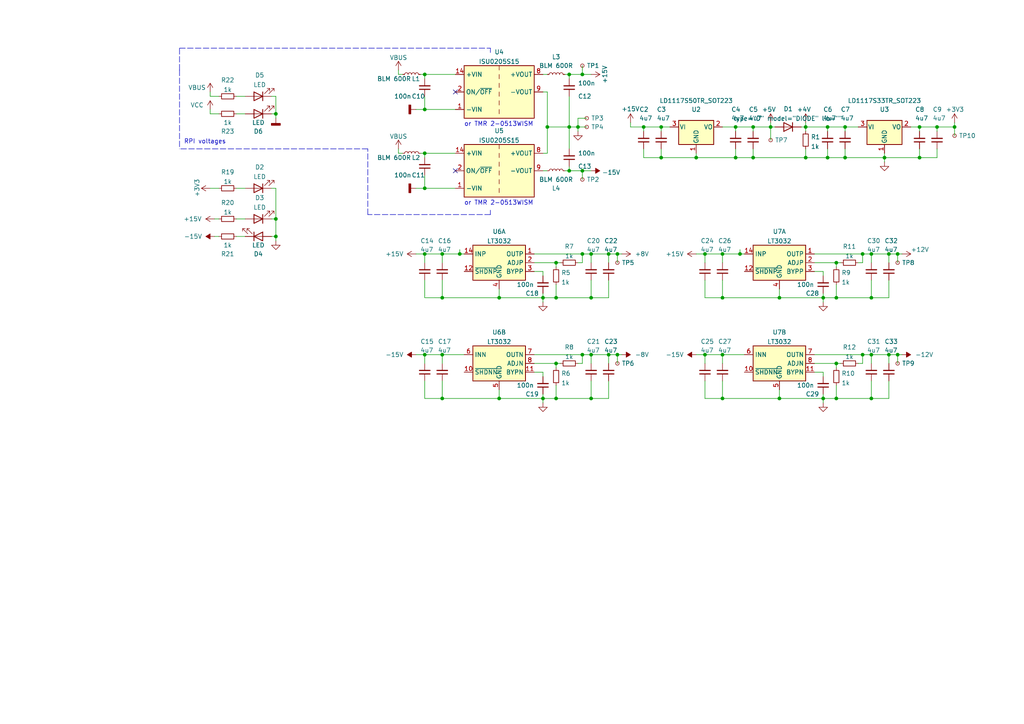
<source format=kicad_sch>
(kicad_sch (version 20210621) (generator eeschema)
  (paper "A4")
  (lib_symbols
    (symbol "Connector:TestPoint_Small" (pin_numbers hide) (pin_names (offset 0.762) hide)
      (property "Reference" "TP" (at 0 3.81 0))
      (property "Value" "TestPoint_Small" (at 0 2.032 0))
      (symbol "TestPoint_Small_0_1"
        (circle (center 0 0) (radius 0.508))
      )
      (symbol "TestPoint_Small_1_1"
        (pin passive line (at 0 0 90) (length 0) (name "1") (number "1"))
      )
    )
    (symbol "Converter_DCDC:ISU0205S15"
      (property "Reference" "U" (at 0 11.43 0))
      (property "Value" "ISU0205S15" (at 0 8.89 0))
      (symbol "ISU0205S15_0_1"
        (rectangle (start -10.16 7.62) (end 10.16 -7.62) (stroke (width 0.254)) (fill (type background)))
        (polyline (pts (xy 0 -5.08) (xy 0 -6.35)))
        (polyline (pts (xy 0 -2.54) (xy 0 -3.81)))
        (polyline (pts (xy 0 0) (xy 0 -1.27)))
        (polyline (pts (xy 0 2.54) (xy 0 1.27)))
        (polyline (pts (xy 0 5.08) (xy 0 3.81)))
        (polyline (pts (xy 0 7.62) (xy 0 6.35)))
      )
      (symbol "ISU0205S15_1_1"
        (pin power_in line (at -12.7 -5.08 0) (length 2.54) (name "-VIN") (number "1"))
        (pin power_in line (at -12.7 5.08 0) (length 2.54) (name "+VIN") (number "14"))
        (pin input line (at -12.7 0 0) (length 2.54) (name "ON/~{OFF}") (number "2"))
        (pin no_connect line (at 10.16 -2.54 180) (length 2.54) hide (name "NC") (number "6"))
        (pin no_connect line (at 10.16 -5.08 180) (length 2.54) hide (name "NC") (number "7"))
        (pin power_out line (at 12.7 5.08 180) (length 2.54) (name "+VOUT") (number "8"))
        (pin power_out line (at 12.7 0 180) (length 2.54) (name "-VOUT") (number "9"))
      )
    )
    (symbol "Device:C_Small" (pin_numbers hide) (pin_names (offset 0.254) hide)
      (property "Reference" "C" (at 0.254 1.778 0))
      (property "Value" "C_Small" (at 0.254 -2.032 0))
      (symbol "C_Small_0_1"
        (polyline (pts (xy -1.524 -0.508) (xy 1.524 -0.508)) (stroke (width 0.3302)))
        (polyline (pts (xy -1.524 0.508) (xy 1.524 0.508)) (stroke (width 0.3048)))
      )
      (symbol "C_Small_1_1"
        (pin passive line (at 0 2.54 270) (length 2.032) (name "~") (number "1"))
        (pin passive line (at 0 -2.54 90) (length 2.032) (name "~") (number "2"))
      )
    )
    (symbol "Device:LED" (pin_numbers hide) (pin_names (offset 1.016) hide)
      (property "Reference" "D" (at 0 2.54 0))
      (property "Value" "LED" (at 0 -2.54 0))
      (symbol "LED_0_1"
        (polyline (pts (xy -1.27 -1.27) (xy -1.27 1.27)) (stroke (width 0.254)))
        (polyline (pts (xy -1.27 0) (xy 1.27 0)))
        (polyline (pts (xy 1.27 -1.27) (xy 1.27 1.27) (xy -1.27 0) (xy 1.27 -1.27)) (stroke (width 0.254)))
        (polyline (pts (xy -3.048 -0.762) (xy -4.572 -2.286) (xy -3.81 -2.286) (xy -4.572 -2.286) (xy -4.572 -1.524)))
        (polyline (pts (xy -1.778 -0.762) (xy -3.302 -2.286) (xy -2.54 -2.286) (xy -3.302 -2.286) (xy -3.302 -1.524)))
      )
      (symbol "LED_1_1"
        (pin passive line (at -3.81 0 0) (length 2.54) (name "K") (number "1"))
        (pin passive line (at 3.81 0 180) (length 2.54) (name "A") (number "2"))
      )
    )
    (symbol "Device:L_Small" (pin_numbers hide) (pin_names (offset 0.254) hide)
      (property "Reference" "L" (at 0.762 1.016 0))
      (property "Value" "L_Small" (at 0.762 -1.016 0))
      (symbol "L_Small_0_1"
        (arc (start 0 -2.032) (mid 0.508 -1.524) (end 0 -1.016))
        (arc (start 0 -1.016) (mid 0.508 -0.508) (end 0 0))
        (arc (start 0 0) (mid 0.508 0.508) (end 0 1.016))
        (arc (start 0 1.016) (mid 0.508 1.524) (end 0 2.032))
      )
      (symbol "L_Small_1_1"
        (pin passive line (at 0 2.54 270) (length 0.508) (name "~") (number "1"))
        (pin passive line (at 0 -2.54 90) (length 0.508) (name "~") (number "2"))
      )
    )
    (symbol "Device:R_Small" (pin_numbers hide) (pin_names (offset 0.254) hide)
      (property "Reference" "R" (at 0.762 0.508 0))
      (property "Value" "R_Small" (at 0.762 -1.016 0))
      (symbol "R_Small_0_1"
        (rectangle (start -0.762 1.778) (end 0.762 -1.778) (stroke (width 0.2032)))
      )
      (symbol "R_Small_1_1"
        (pin passive line (at 0 2.54 270) (length 0.762) (name "~") (number "1"))
        (pin passive line (at 0 -2.54 90) (length 0.762) (name "~") (number "2"))
      )
    )
    (symbol "Regulator_Linear:LD1117S33TR_SOT223" (pin_names (offset 0.254))
      (property "Reference" "U" (at -3.81 3.175 0))
      (property "Value" "LD1117S33TR_SOT223" (at 0 3.175 0))
      (symbol "LD1117S33TR_SOT223_0_1"
        (rectangle (start -5.08 -5.08) (end 5.08 1.905) (stroke (width 0.254)) (fill (type background)))
      )
      (symbol "LD1117S33TR_SOT223_1_1"
        (pin power_in line (at 0 -7.62 90) (length 2.54) (name "GND") (number "1"))
        (pin power_out line (at 7.62 0 180) (length 2.54) (name "VO") (number "2"))
        (pin power_in line (at -7.62 0 0) (length 2.54) (name "VI") (number "3"))
      )
    )
    (symbol "Regulator_Linear:LD1117S50TR_SOT223" (pin_names (offset 0.254))
      (property "Reference" "U" (at -3.81 3.175 0))
      (property "Value" "LD1117S50TR_SOT223" (at 0 3.175 0))
      (symbol "LD1117S50TR_SOT223_0_1"
        (rectangle (start -5.08 -5.08) (end 5.08 1.905) (stroke (width 0.254)) (fill (type background)))
      )
      (symbol "LD1117S50TR_SOT223_1_1"
        (pin power_in line (at 0 -7.62 90) (length 2.54) (name "GND") (number "1"))
        (pin power_out line (at 7.62 0 180) (length 2.54) (name "VO") (number "2"))
        (pin power_in line (at -7.62 0 0) (length 2.54) (name "VI") (number "3"))
      )
    )
    (symbol "Regulator_Linear:LT3032"
      (property "Reference" "U" (at -6.35 6.35 0))
      (property "Value" "LT3032" (at 1.27 6.35 0))
      (symbol "LT3032_0_1"
        (rectangle (start -7.62 5.08) (end 7.62 -5.08) (stroke (width 0.254)) (fill (type background)))
      )
      (symbol "LT3032_1_1"
        (pin power_out line (at 10.16 2.54 180) (length 2.54) (name "OUTP") (number "1"))
        (pin input line (at -10.16 -2.54 0) (length 2.54) (name "~{SHDNP}") (number "12"))
        (pin no_connect line (at 7.62 -5.08 180) (length 2.54) hide (name "NC") (number "13"))
        (pin power_in line (at -10.16 2.54 0) (length 2.54) (name "INP") (number "14"))
        (pin input line (at 10.16 0 180) (length 2.54) (name "ADJP") (number "2"))
        (pin passive line (at 10.16 -2.54 180) (length 2.54) (name "BYPP") (number "3"))
        (pin power_in line (at 0 -7.62 90) (length 2.54) (name "GND") (number "4"))
      )
      (symbol "LT3032_2_1"
        (pin input line (at -10.16 -2.54 0) (length 2.54) (name "~{SHDNN}") (number "10"))
        (pin passive line (at 10.16 -2.54 180) (length 2.54) (name "BYPN") (number "11"))
        (pin power_in line (at 0 -7.62 90) (length 2.54) (name "GND") (number "5"))
        (pin power_in line (at -10.16 2.54 0) (length 2.54) (name "INN") (number "6"))
        (pin power_out line (at 10.16 2.54 180) (length 2.54) (name "OUTN") (number "7"))
        (pin input line (at 10.16 0 180) (length 2.54) (name "ADJN") (number "8"))
        (pin passive line (at -10.16 2.54 0) (length 2.54) hide (name "INN") (number "9"))
      )
    )
    (symbol "Simulation_SPICE:DIODE" (pin_numbers hide) (pin_names (offset 1.016) hide)
      (property "Reference" "D" (at 0 2.54 0))
      (property "Value" "DIODE" (at 0 -2.54 0))
      (symbol "DIODE_0_1"
        (polyline (pts (xy 1.27 0) (xy -1.27 0)))
        (polyline (pts (xy 1.27 1.27) (xy 1.27 -1.27)) (stroke (width 0.254)))
        (polyline (pts (xy -1.27 -1.27) (xy -1.27 1.27) (xy 1.27 0) (xy -1.27 -1.27)) (stroke (width 0.254)))
      )
      (symbol "DIODE_1_1"
        (pin passive line (at -3.81 0 0) (length 2.54) (name "A") (number "1"))
        (pin passive line (at 3.81 0 180) (length 2.54) (name "K") (number "2"))
      )
    )
    (symbol "power:+12V" (power) (pin_names (offset 0))
      (property "Value" "+12V" (at 0 3.556 0))
      (symbol "+12V_0_1"
        (polyline (pts (xy -0.762 1.27) (xy 0 2.54)))
        (polyline (pts (xy 0 0) (xy 0 2.54)))
        (polyline (pts (xy 0 2.54) (xy 0.762 1.27)))
      )
      (symbol "+12V_1_1"
        (pin power_in line (at 0 0 90) (length 0) hide (name "+12V") (number "1"))
      )
    )
    (symbol "power:+15V" (power) (pin_names (offset 0))
      (property "Value" "+15V" (at 0 3.556 0))
      (symbol "+15V_0_1"
        (polyline (pts (xy -0.762 1.27) (xy 0 2.54)))
        (polyline (pts (xy 0 0) (xy 0 2.54)))
        (polyline (pts (xy 0 2.54) (xy 0.762 1.27)))
      )
      (symbol "+15V_1_1"
        (pin power_in line (at 0 0 90) (length 0) hide (name "+15V") (number "1"))
      )
    )
    (symbol "power:+3.3V" (power) (pin_names (offset 0))
      (property "Value" "+3.3V" (at 0 3.556 0))
      (symbol "+3.3V_0_1"
        (polyline (pts (xy -0.762 1.27) (xy 0 2.54)))
        (polyline (pts (xy 0 0) (xy 0 2.54)))
        (polyline (pts (xy 0 2.54) (xy 0.762 1.27)))
      )
      (symbol "+3.3V_1_1"
        (pin power_in line (at 0 0 90) (length 0) hide (name "+3V3") (number "1"))
      )
    )
    (symbol "power:+4V" (power) (pin_names (offset 0))
      (property "Value" "+4V" (at 0 3.556 0))
      (symbol "+4V_0_1"
        (polyline (pts (xy -0.762 1.27) (xy 0 2.54)))
        (polyline (pts (xy 0 0) (xy 0 2.54)))
        (polyline (pts (xy 0 2.54) (xy 0.762 1.27)))
      )
      (symbol "+4V_1_1"
        (pin power_in line (at 0 0 90) (length 0) hide (name "+4V") (number "1"))
      )
    )
    (symbol "power:+5V" (power) (pin_names (offset 0))
      (property "Value" "+5V" (at 0 3.556 0))
      (symbol "+5V_0_1"
        (polyline (pts (xy -0.762 1.27) (xy 0 2.54)))
        (polyline (pts (xy 0 0) (xy 0 2.54)))
        (polyline (pts (xy 0 2.54) (xy 0.762 1.27)))
      )
      (symbol "+5V_1_1"
        (pin power_in line (at 0 0 90) (length 0) hide (name "+5V") (number "1"))
      )
    )
    (symbol "power:+8V" (power) (pin_names (offset 0))
      (property "Value" "+8V" (at 0 3.556 0))
      (symbol "+8V_0_1"
        (polyline (pts (xy -0.762 1.27) (xy 0 2.54)))
        (polyline (pts (xy 0 0) (xy 0 2.54)))
        (polyline (pts (xy 0 2.54) (xy 0.762 1.27)))
      )
      (symbol "+8V_1_1"
        (pin power_in line (at 0 0 90) (length 0) hide (name "+8V") (number "1"))
      )
    )
    (symbol "power:-12V" (power) (pin_names (offset 0))
      (property "Value" "-12V" (at 0 3.81 0))
      (symbol "-12V_0_0"
        (pin power_in line (at 0 0 90) (length 0) hide (name "-12V") (number "1"))
      )
      (symbol "-12V_0_1"
        (polyline (pts (xy 0 0) (xy 0 1.27) (xy 0.762 1.27) (xy 0 2.54) (xy -0.762 1.27) (xy 0 1.27)) (fill (type outline)))
      )
    )
    (symbol "power:-15V" (power) (pin_names (offset 0))
      (property "Value" "-15V" (at 0 3.81 0))
      (symbol "-15V_0_0"
        (pin power_in line (at 0 0 90) (length 0) hide (name "-15V") (number "1"))
      )
      (symbol "-15V_0_1"
        (polyline (pts (xy 0 0) (xy 0 1.27) (xy 0.762 1.27) (xy 0 2.54) (xy -0.762 1.27) (xy 0 1.27)) (fill (type outline)))
      )
    )
    (symbol "power:-8V" (power) (pin_names (offset 0))
      (property "Value" "-8V" (at 0 3.81 0))
      (symbol "-8V_0_0"
        (pin power_in line (at 0 0 90) (length 0) hide (name "-8V") (number "1"))
      )
      (symbol "-8V_0_1"
        (polyline (pts (xy 0 0) (xy 0 1.27) (xy 0.762 1.27) (xy 0 2.54) (xy -0.762 1.27) (xy 0 1.27)) (fill (type outline)))
      )
    )
    (symbol "power:GND1" (power) (pin_names (offset 0))
      (property "Value" "GND1" (at 0 -3.81 0))
      (symbol "GND1_0_1"
        (polyline (pts (xy 0 0) (xy 0 -1.27) (xy 1.27 -1.27) (xy 0 -2.54) (xy -1.27 -1.27) (xy 0 -1.27)))
      )
      (symbol "GND1_1_1"
        (pin power_in line (at 0 0 270) (length 0) hide (name "GND1") (number "1"))
      )
    )
    (symbol "power:GNDD" (power) (pin_names (offset 0))
      (property "Value" "GNDD" (at 0 -3.175 0))
      (symbol "GNDD_0_1"
        (rectangle (start -1.27 -1.524) (end 1.27 -2.032) (stroke (width 0.254)) (fill (type outline)))
        (polyline (pts (xy 0 0) (xy 0 -1.524)))
      )
      (symbol "GNDD_1_1"
        (pin power_in line (at 0 0 270) (length 0) hide (name "GNDD") (number "1"))
      )
    )
    (symbol "power:VBUS" (power) (pin_names (offset 0))
      (property "Value" "VBUS" (at 0 3.81 0))
      (symbol "VBUS_0_1"
        (polyline (pts (xy -0.762 1.27) (xy 0 2.54)))
        (polyline (pts (xy 0 0) (xy 0 2.54)))
        (polyline (pts (xy 0 2.54) (xy 0.762 1.27)))
      )
      (symbol "VBUS_1_1"
        (pin power_in line (at 0 0 90) (length 0) hide (name "VBUS") (number "1"))
      )
    )
    (symbol "power:VCC" (power) (pin_names (offset 0))
      (property "Value" "VCC" (at 0 3.81 0))
      (symbol "VCC_0_1"
        (polyline (pts (xy -0.762 1.27) (xy 0 2.54)))
        (polyline (pts (xy 0 0) (xy 0 2.54)))
        (polyline (pts (xy 0 2.54) (xy 0.762 1.27)))
      )
      (symbol "VCC_1_1"
        (pin power_in line (at 0 0 90) (length 0) hide (name "VCC") (number "1"))
      )
    )
  )
  (junction (at 250.19 73.66))
  (junction (at 161.29 86.36))
  (junction (at 252.73 73.66))
  (junction (at 223.52 36.83))
  (junction (at 123.19 73.66))
  (junction (at 252.73 102.87))
  (junction (at 157.48 86.36))
  (junction (at 171.45 102.87))
  (junction (at 161.29 115.57))
  (junction (at 176.53 102.87))
  (junction (at 233.68 36.83))
  (junction (at 204.47 73.66))
  (junction (at 128.27 102.87))
  (junction (at 252.73 86.36))
  (junction (at 144.78 86.36))
  (junction (at 191.77 45.72))
  (junction (at 240.03 36.83))
  (junction (at 128.27 86.36))
  (junction (at 123.19 31.75))
  (junction (at 240.03 45.72))
  (junction (at 165.1 21.59))
  (junction (at 209.55 73.66))
  (junction (at 165.1 36.83))
  (junction (at 245.11 45.72))
  (junction (at 176.53 73.66))
  (junction (at 168.91 73.66))
  (junction (at 266.7 36.83))
  (junction (at 128.27 115.57))
  (junction (at 271.78 36.83))
  (junction (at 242.57 105.41))
  (junction (at 167.64 36.83))
  (junction (at 245.11 36.83))
  (junction (at 213.36 45.72))
  (junction (at 233.68 45.72))
  (junction (at 226.06 86.36))
  (junction (at 266.7 45.72))
  (junction (at 218.44 36.83))
  (junction (at 256.54 45.72))
  (junction (at 218.44 45.72))
  (junction (at 191.77 36.83))
  (junction (at 260.35 73.66))
  (junction (at 209.55 86.36))
  (junction (at 179.07 102.87))
  (junction (at 238.76 86.36))
  (junction (at 128.27 73.66))
  (junction (at 186.69 36.83))
  (junction (at 157.48 115.57))
  (junction (at 168.91 102.87))
  (junction (at 226.06 115.57))
  (junction (at 168.91 21.59))
  (junction (at 276.86 36.83))
  (junction (at 123.19 44.45))
  (junction (at 238.76 115.57))
  (junction (at 171.45 86.36))
  (junction (at 257.81 73.66))
  (junction (at 242.57 86.36))
  (junction (at 209.55 102.87))
  (junction (at 201.93 45.72))
  (junction (at 161.29 105.41))
  (junction (at 161.29 76.2))
  (junction (at 214.63 73.66))
  (junction (at 179.07 73.66))
  (junction (at 80.01 63.5))
  (junction (at 204.47 102.87))
  (junction (at 252.73 115.57))
  (junction (at 123.19 54.61))
  (junction (at 250.19 102.87))
  (junction (at 213.36 36.83))
  (junction (at 133.35 73.66))
  (junction (at 242.57 115.57))
  (junction (at 165.1 49.53))
  (junction (at 260.35 102.87))
  (junction (at 168.91 49.53))
  (junction (at 257.81 102.87))
  (junction (at 123.19 102.87))
  (junction (at 80.01 33.02))
  (junction (at 171.45 115.57))
  (junction (at 158.75 36.83))
  (junction (at 80.01 68.58))
  (junction (at 171.45 73.66))
  (junction (at 144.78 115.57))
  (junction (at 123.19 21.59))
  (junction (at 242.57 76.2))
  (junction (at 209.55 115.57))
  (no_connect (at 132.08 26.67))
  (no_connect (at 132.08 49.53))
  (wire (pts (xy 179.07 102.87) (xy 180.34 102.87)))
  (wire (pts (xy 176.53 102.87) (xy 179.07 102.87)))
  (wire (pts (xy 80.01 33.02) (xy 80.01 34.29)))
  (wire (pts (xy 157.48 114.3) (xy 157.48 115.57)))
  (wire (pts (xy 171.45 86.36) (xy 176.53 86.36)))
  (wire (pts (xy 176.53 81.28) (xy 176.53 86.36)))
  (wire (pts (xy 123.19 54.61) (xy 132.08 54.61)))
  (wire (pts (xy 157.48 107.95) (xy 157.48 109.22)))
  (wire (pts (xy 115.57 44.45) (xy 116.84 44.45)))
  (wire (pts (xy 242.57 82.55) (xy 242.57 86.36)))
  (wire (pts (xy 252.73 73.66) (xy 257.81 73.66)))
  (wire (pts (xy 120.65 54.61) (xy 123.19 54.61)))
  (wire (pts (xy 236.22 76.2) (xy 242.57 76.2)))
  (wire (pts (xy 245.11 36.83) (xy 245.11 38.1)))
  (wire (pts (xy 168.91 102.87) (xy 171.45 102.87)))
  (wire (pts (xy 68.58 68.58) (xy 71.12 68.58)))
  (wire (pts (xy 271.78 36.83) (xy 271.78 38.1)))
  (wire (pts (xy 218.44 43.18) (xy 218.44 45.72)))
  (wire (pts (xy 201.93 45.72) (xy 191.77 45.72)))
  (wire (pts (xy 191.77 45.72) (xy 186.69 45.72)))
  (wire (pts (xy 171.45 102.87) (xy 176.53 102.87)))
  (wire (pts (xy 168.91 73.66) (xy 168.91 76.2)))
  (wire (pts (xy 167.64 76.2) (xy 168.91 76.2)))
  (wire (pts (xy 154.94 73.66) (xy 168.91 73.66)))
  (wire (pts (xy 157.48 86.36) (xy 157.48 87.63)))
  (wire (pts (xy 157.48 85.09) (xy 157.48 86.36)))
  (wire (pts (xy 78.74 68.58) (xy 80.01 68.58)))
  (wire (pts (xy 60.96 33.02) (xy 63.5 33.02)))
  (wire (pts (xy 213.36 43.18) (xy 213.36 45.72)))
  (wire (pts (xy 276.86 35.56) (xy 276.86 36.83)))
  (wire (pts (xy 250.19 102.87) (xy 250.19 105.41)))
  (wire (pts (xy 168.91 102.87) (xy 168.91 105.41)))
  (wire (pts (xy 165.1 48.26) (xy 165.1 49.53)))
  (wire (pts (xy 163.83 49.53) (xy 165.1 49.53)))
  (wire (pts (xy 226.06 86.36) (xy 209.55 86.36)))
  (wire (pts (xy 248.92 76.2) (xy 250.19 76.2)))
  (wire (pts (xy 123.19 44.45) (xy 132.08 44.45)))
  (wire (pts (xy 236.22 107.95) (xy 238.76 107.95)))
  (wire (pts (xy 242.57 105.41) (xy 243.84 105.41)))
  (wire (pts (xy 252.73 102.87) (xy 257.81 102.87)))
  (wire (pts (xy 252.73 86.36) (xy 257.81 86.36)))
  (wire (pts (xy 123.19 27.94) (xy 123.19 31.75)))
  (wire (pts (xy 236.22 102.87) (xy 250.19 102.87)))
  (wire (pts (xy 133.35 73.66) (xy 134.62 73.66)))
  (wire (pts (xy 133.35 72.39) (xy 133.35 73.66)))
  (wire (pts (xy 213.36 36.83) (xy 213.36 38.1)))
  (wire (pts (xy 248.92 105.41) (xy 250.19 105.41)))
  (wire (pts (xy 266.7 36.83) (xy 266.7 38.1)))
  (wire (pts (xy 257.81 81.28) (xy 257.81 86.36)))
  (wire (pts (xy 245.11 43.18) (xy 245.11 45.72)))
  (wire (pts (xy 214.63 73.66) (xy 215.9 73.66)))
  (wire (pts (xy 179.07 73.66) (xy 179.07 76.2)))
  (wire (pts (xy 123.19 50.8) (xy 123.19 54.61)))
  (wire (pts (xy 121.92 44.45) (xy 123.19 44.45)))
  (wire (pts (xy 250.19 73.66) (xy 250.19 76.2)))
  (wire (pts (xy 154.94 107.95) (xy 157.48 107.95)))
  (wire (pts (xy 238.76 115.57) (xy 242.57 115.57)))
  (wire (pts (xy 260.35 73.66) (xy 260.35 76.2)))
  (wire (pts (xy 60.96 27.94) (xy 63.5 27.94)))
  (wire (pts (xy 238.76 86.36) (xy 242.57 86.36)))
  (wire (pts (xy 252.73 102.87) (xy 252.73 105.41)))
  (wire (pts (xy 171.45 110.49) (xy 171.45 115.57)))
  (wire (pts (xy 242.57 105.41) (xy 242.57 106.68)))
  (wire (pts (xy 238.76 85.09) (xy 238.76 86.36)))
  (wire (pts (xy 128.27 73.66) (xy 128.27 76.2)))
  (wire (pts (xy 238.76 86.36) (xy 238.76 87.63)))
  (wire (pts (xy 201.93 102.87) (xy 204.47 102.87)))
  (wire (pts (xy 123.19 31.75) (xy 132.08 31.75)))
  (wire (pts (xy 120.65 31.75) (xy 123.19 31.75)))
  (wire (pts (xy 120.65 102.87) (xy 123.19 102.87)))
  (wire (pts (xy 123.19 102.87) (xy 128.27 102.87)))
  (wire (pts (xy 128.27 102.87) (xy 134.62 102.87)))
  (wire (pts (xy 240.03 36.83) (xy 240.03 38.1)))
  (wire (pts (xy 123.19 102.87) (xy 123.19 105.41)))
  (wire (pts (xy 161.29 86.36) (xy 171.45 86.36)))
  (wire (pts (xy 171.45 81.28) (xy 171.45 86.36)))
  (wire (pts (xy 191.77 36.83) (xy 191.77 38.1)))
  (wire (pts (xy 157.48 26.67) (xy 158.75 26.67)))
  (wire (pts (xy 123.19 21.59) (xy 132.08 21.59)))
  (wire (pts (xy 121.92 21.59) (xy 123.19 21.59)))
  (wire (pts (xy 240.03 45.72) (xy 245.11 45.72)))
  (wire (pts (xy 245.11 45.72) (xy 256.54 45.72)))
  (wire (pts (xy 256.54 45.72) (xy 256.54 46.99)))
  (wire (pts (xy 240.03 43.18) (xy 240.03 45.72)))
  (polyline (pts (xy 52.07 13.97) (xy 142.24 13.97)))
  (polyline (pts (xy 142.24 13.97) (xy 142.24 15.24)))
  (polyline (pts (xy 52.07 20.32) (xy 52.07 13.97)))
  (wire (pts (xy 209.55 73.66) (xy 209.55 76.2)))
  (wire (pts (xy 276.86 36.83) (xy 276.86 39.37)))
  (wire (pts (xy 168.91 73.66) (xy 171.45 73.66)))
  (wire (pts (xy 171.45 73.66) (xy 176.53 73.66)))
  (wire (pts (xy 176.53 73.66) (xy 179.07 73.66)))
  (wire (pts (xy 179.07 73.66) (xy 180.34 73.66)))
  (wire (pts (xy 60.96 26.67) (xy 60.96 27.94)))
  (wire (pts (xy 204.47 73.66) (xy 204.47 76.2)))
  (wire (pts (xy 62.23 63.5) (xy 63.5 63.5)))
  (wire (pts (xy 233.68 35.56) (xy 233.68 36.83)))
  (wire (pts (xy 233.68 36.83) (xy 233.68 38.1)))
  (wire (pts (xy 223.52 36.83) (xy 223.52 40.64)))
  (wire (pts (xy 236.22 73.66) (xy 250.19 73.66)))
  (wire (pts (xy 163.83 21.59) (xy 165.1 21.59)))
  (wire (pts (xy 165.1 21.59) (xy 165.1 22.86)))
  (wire (pts (xy 232.41 36.83) (xy 233.68 36.83)))
  (wire (pts (xy 257.81 73.66) (xy 257.81 76.2)))
  (wire (pts (xy 226.06 115.57) (xy 209.55 115.57)))
  (wire (pts (xy 115.57 43.18) (xy 115.57 44.45)))
  (wire (pts (xy 68.58 33.02) (xy 71.12 33.02)))
  (wire (pts (xy 128.27 102.87) (xy 128.27 105.41)))
  (wire (pts (xy 204.47 73.66) (xy 209.55 73.66)))
  (wire (pts (xy 186.69 43.18) (xy 186.69 45.72)))
  (wire (pts (xy 257.81 110.49) (xy 257.81 115.57)))
  (wire (pts (xy 157.48 115.57) (xy 157.48 116.84)))
  (wire (pts (xy 157.48 21.59) (xy 158.75 21.59)))
  (wire (pts (xy 157.48 49.53) (xy 158.75 49.53)))
  (wire (pts (xy 68.58 54.61) (xy 71.12 54.61)))
  (wire (pts (xy 242.57 111.76) (xy 242.57 115.57)))
  (wire (pts (xy 201.93 44.45) (xy 201.93 45.72)))
  (wire (pts (xy 213.36 45.72) (xy 201.93 45.72)))
  (wire (pts (xy 240.03 45.72) (xy 233.68 45.72)))
  (wire (pts (xy 233.68 45.72) (xy 218.44 45.72)))
  (wire (pts (xy 218.44 45.72) (xy 213.36 45.72)))
  (wire (pts (xy 123.19 44.45) (xy 123.19 45.72)))
  (wire (pts (xy 128.27 81.28) (xy 128.27 86.36)))
  (wire (pts (xy 115.57 20.32) (xy 115.57 21.59)))
  (wire (pts (xy 115.57 21.59) (xy 116.84 21.59)))
  (wire (pts (xy 154.94 102.87) (xy 168.91 102.87)))
  (wire (pts (xy 226.06 86.36) (xy 238.76 86.36)))
  (wire (pts (xy 233.68 43.18) (xy 233.68 45.72)))
  (polyline (pts (xy 83.82 43.18) (xy 52.07 43.18)))
  (polyline (pts (xy 52.07 20.32) (xy 52.07 43.18)))
  (wire (pts (xy 78.74 27.94) (xy 80.01 27.94)))
  (wire (pts (xy 250.19 73.66) (xy 252.73 73.66)))
  (wire (pts (xy 144.78 115.57) (xy 157.48 115.57)))
  (wire (pts (xy 167.64 36.83) (xy 170.18 36.83)))
  (wire (pts (xy 176.53 73.66) (xy 176.53 76.2)))
  (wire (pts (xy 171.45 115.57) (xy 176.53 115.57)))
  (wire (pts (xy 80.01 27.94) (xy 80.01 33.02)))
  (wire (pts (xy 238.76 115.57) (xy 238.76 116.84)))
  (wire (pts (xy 204.47 102.87) (xy 209.55 102.87)))
  (wire (pts (xy 214.63 72.39) (xy 214.63 73.66)))
  (wire (pts (xy 168.91 21.59) (xy 171.45 21.59)))
  (wire (pts (xy 165.1 21.59) (xy 168.91 21.59)))
  (wire (pts (xy 238.76 107.95) (xy 238.76 109.22)))
  (wire (pts (xy 226.06 115.57) (xy 238.76 115.57)))
  (wire (pts (xy 157.48 115.57) (xy 161.29 115.57)))
  (wire (pts (xy 209.55 86.36) (xy 204.47 86.36)))
  (wire (pts (xy 144.78 83.82) (xy 144.78 86.36)))
  (wire (pts (xy 161.29 115.57) (xy 171.45 115.57)))
  (wire (pts (xy 157.48 78.74) (xy 157.48 80.01)))
  (wire (pts (xy 154.94 78.74) (xy 157.48 78.74)))
  (wire (pts (xy 209.55 110.49) (xy 209.55 115.57)))
  (wire (pts (xy 266.7 45.72) (xy 266.7 43.18)))
  (wire (pts (xy 256.54 45.72) (xy 266.7 45.72)))
  (wire (pts (xy 257.81 73.66) (xy 260.35 73.66)))
  (wire (pts (xy 260.35 73.66) (xy 261.62 73.66)))
  (wire (pts (xy 204.47 110.49) (xy 204.47 115.57)))
  (wire (pts (xy 167.64 105.41) (xy 168.91 105.41)))
  (wire (pts (xy 186.69 36.83) (xy 186.69 38.1)))
  (wire (pts (xy 260.35 102.87) (xy 260.35 105.41)))
  (wire (pts (xy 157.48 44.45) (xy 158.75 44.45)))
  (wire (pts (xy 171.45 73.66) (xy 171.45 76.2)))
  (wire (pts (xy 161.29 105.41) (xy 162.56 105.41)))
  (wire (pts (xy 226.06 83.82) (xy 226.06 86.36)))
  (wire (pts (xy 168.91 19.05) (xy 168.91 21.59)))
  (wire (pts (xy 154.94 105.41) (xy 161.29 105.41)))
  (wire (pts (xy 223.52 36.83) (xy 224.79 36.83)))
  (wire (pts (xy 223.52 35.56) (xy 223.52 36.83)))
  (wire (pts (xy 128.27 73.66) (xy 133.35 73.66)))
  (wire (pts (xy 120.65 73.66) (xy 123.19 73.66)))
  (wire (pts (xy 123.19 73.66) (xy 128.27 73.66)))
  (wire (pts (xy 78.74 63.5) (xy 80.01 63.5)))
  (wire (pts (xy 80.01 63.5) (xy 80.01 68.58)))
  (wire (pts (xy 80.01 68.58) (xy 80.01 69.85)))
  (wire (pts (xy 271.78 45.72) (xy 271.78 43.18)))
  (wire (pts (xy 266.7 45.72) (xy 271.78 45.72)))
  (wire (pts (xy 171.45 102.87) (xy 171.45 105.41)))
  (wire (pts (xy 209.55 73.66) (xy 214.63 73.66)))
  (wire (pts (xy 78.74 33.02) (xy 80.01 33.02)))
  (wire (pts (xy 242.57 115.57) (xy 252.73 115.57)))
  (wire (pts (xy 238.76 78.74) (xy 238.76 80.01)))
  (wire (pts (xy 165.1 43.18) (xy 165.1 36.83)))
  (wire (pts (xy 161.29 76.2) (xy 162.56 76.2)))
  (wire (pts (xy 154.94 76.2) (xy 161.29 76.2)))
  (wire (pts (xy 204.47 102.87) (xy 204.47 105.41)))
  (wire (pts (xy 161.29 76.2) (xy 161.29 77.47)))
  (wire (pts (xy 218.44 36.83) (xy 218.44 38.1)))
  (wire (pts (xy 252.73 81.28) (xy 252.73 86.36)))
  (wire (pts (xy 168.91 52.07) (xy 168.91 49.53)))
  (wire (pts (xy 264.16 36.83) (xy 266.7 36.83)))
  (wire (pts (xy 271.78 36.83) (xy 276.86 36.83)))
  (wire (pts (xy 266.7 36.83) (xy 271.78 36.83)))
  (wire (pts (xy 201.93 73.66) (xy 204.47 73.66)))
  (wire (pts (xy 176.53 102.87) (xy 176.53 105.41)))
  (wire (pts (xy 161.29 105.41) (xy 161.29 106.68)))
  (wire (pts (xy 209.55 102.87) (xy 209.55 105.41)))
  (wire (pts (xy 165.1 27.94) (xy 165.1 36.83)))
  (wire (pts (xy 78.74 54.61) (xy 80.01 54.61)))
  (wire (pts (xy 62.23 68.58) (xy 63.5 68.58)))
  (wire (pts (xy 256.54 44.45) (xy 256.54 45.72)))
  (wire (pts (xy 68.58 63.5) (xy 71.12 63.5)))
  (wire (pts (xy 242.57 76.2) (xy 242.57 77.47)))
  (wire (pts (xy 236.22 78.74) (xy 238.76 78.74)))
  (wire (pts (xy 213.36 36.83) (xy 218.44 36.83)))
  (wire (pts (xy 209.55 36.83) (xy 213.36 36.83)))
  (wire (pts (xy 218.44 36.83) (xy 223.52 36.83)))
  (wire (pts (xy 144.78 113.03) (xy 144.78 115.57)))
  (wire (pts (xy 260.35 102.87) (xy 261.62 102.87)))
  (wire (pts (xy 257.81 102.87) (xy 260.35 102.87)))
  (wire (pts (xy 194.31 36.83) (xy 191.77 36.83)))
  (wire (pts (xy 186.69 36.83) (xy 182.88 36.83)))
  (wire (pts (xy 191.77 36.83) (xy 186.69 36.83)))
  (wire (pts (xy 182.88 35.56) (xy 182.88 36.83)))
  (wire (pts (xy 158.75 36.83) (xy 165.1 36.83)))
  (wire (pts (xy 158.75 44.45) (xy 158.75 36.83)))
  (wire (pts (xy 165.1 49.53) (xy 168.91 49.53)))
  (wire (pts (xy 168.91 49.53) (xy 171.45 49.53)))
  (wire (pts (xy 242.57 76.2) (xy 243.84 76.2)))
  (wire (pts (xy 144.78 86.36) (xy 128.27 86.36)))
  (wire (pts (xy 128.27 86.36) (xy 123.19 86.36)))
  (wire (pts (xy 123.19 81.28) (xy 123.19 86.36)))
  (wire (pts (xy 60.96 54.61) (xy 63.5 54.61)))
  (wire (pts (xy 123.19 110.49) (xy 123.19 115.57)))
  (wire (pts (xy 144.78 115.57) (xy 128.27 115.57)))
  (wire (pts (xy 128.27 115.57) (xy 123.19 115.57)))
  (wire (pts (xy 176.53 110.49) (xy 176.53 115.57)))
  (wire (pts (xy 60.96 31.75) (xy 60.96 33.02)))
  (wire (pts (xy 68.58 27.94) (xy 71.12 27.94)))
  (wire (pts (xy 157.48 86.36) (xy 161.29 86.36)))
  (wire (pts (xy 161.29 82.55) (xy 161.29 86.36)))
  (wire (pts (xy 209.55 115.57) (xy 204.47 115.57)))
  (wire (pts (xy 167.64 34.29) (xy 167.64 36.83)))
  (wire (pts (xy 170.18 34.29) (xy 167.64 34.29)))
  (wire (pts (xy 161.29 111.76) (xy 161.29 115.57)))
  (wire (pts (xy 165.1 36.83) (xy 167.64 36.83)))
  (wire (pts (xy 167.64 36.83) (xy 167.64 38.1)))
  (wire (pts (xy 257.81 102.87) (xy 257.81 105.41)))
  (wire (pts (xy 191.77 43.18) (xy 191.77 45.72)))
  (wire (pts (xy 204.47 81.28) (xy 204.47 86.36)))
  (wire (pts (xy 242.57 86.36) (xy 252.73 86.36)))
  (wire (pts (xy 209.55 81.28) (xy 209.55 86.36)))
  (wire (pts (xy 179.07 102.87) (xy 179.07 105.41)))
  (wire (pts (xy 236.22 105.41) (xy 242.57 105.41)))
  (wire (pts (xy 144.78 86.36) (xy 157.48 86.36)))
  (wire (pts (xy 238.76 114.3) (xy 238.76 115.57)))
  (wire (pts (xy 80.01 54.61) (xy 80.01 63.5)))
  (wire (pts (xy 209.55 102.87) (xy 215.9 102.87)))
  (wire (pts (xy 250.19 102.87) (xy 252.73 102.87)))
  (wire (pts (xy 252.73 115.57) (xy 257.81 115.57)))
  (wire (pts (xy 123.19 21.59) (xy 123.19 22.86)))
  (wire (pts (xy 123.19 73.66) (xy 123.19 76.2)))
  (wire (pts (xy 252.73 110.49) (xy 252.73 115.57)))
  (wire (pts (xy 240.03 36.83) (xy 245.11 36.83)))
  (wire (pts (xy 233.68 36.83) (xy 240.03 36.83)))
  (wire (pts (xy 245.11 36.83) (xy 248.92 36.83)))
  (wire (pts (xy 158.75 26.67) (xy 158.75 36.83)))
  (wire (pts (xy 252.73 73.66) (xy 252.73 76.2)))
  (wire (pts (xy 128.27 110.49) (xy 128.27 115.57)))
  (wire (pts (xy 226.06 113.03) (xy 226.06 115.57)))
  (polyline (pts (xy 142.24 60.96) (xy 142.24 62.23)))
  (polyline (pts (xy 142.24 62.23) (xy 106.68 62.23)))
  (polyline (pts (xy 106.68 62.23) (xy 106.68 43.18)))
  (polyline (pts (xy 106.68 43.18) (xy 83.82 43.18)))
  (text "RPI voltages" (at 53.34 41.91 0) (effects (font (size 1.27 1.27)) (justify left bottom)))
  (text "or TMR 2-0513WISM" (at 134.62 36.83 0) (effects (font (size 1.27 1.27)) (justify left bottom)))
  (text "or TMR 2-0513WISM" (at 134.62 59.69 0) (effects (font (size 1.27 1.27)) (justify left bottom)))
  (symbol (lib_id "Regulator_Linear:LD1117S50TR_SOT223") (at 201.93 36.83 0) (unit 1)
    (property "Reference" "U2" (at 201.93 31.75 0))
    (property "Value" "LD1117S50TR_SOT223" (at 201.93 29.21 0))
    (property "Footprint" "Package_TO_SOT_SMD:SOT-223-3_TabPin2" (effects hide))
    (property "Datasheet" "http://www.st.com/st-web-ui/static/active/en/resource/technical/document/datasheet/CD00000544.pdf" (effects hide))
  )
  (symbol (lib_id "Device:L_Small") (at 119.38 44.45 90) (unit 1)
    (property "Reference" "L2" (at 120.65 45.72 90))
    (property "Value" "BLM 600R" (at 114.3 45.72 90))
    (property "Footprint" "Inductor_SMD:L_0603_1608Metric" (effects hide))
  )
  (symbol (lib_id "Regulator_Linear:LD1117S33TR_SOT223") (at 256.54 36.83 0) (unit 1)
    (property "Reference" "U3" (at 256.54 31.75 0))
    (property "Value" "LD1117S33TR_SOT223" (at 256.54 29.21 0))
    (property "Footprint" "Package_TO_SOT_SMD:SOT-223-3_TabPin2" (effects hide))
    (property "Datasheet" "http://www.st.com/st-web-ui/static/active/en/resource/technical/document/datasheet/CD00000544.pdf" (effects hide))
  )
  (symbol (lib_id "Device:C_Small") (at 123.19 25.4 180) (unit 1)
    (property "Reference" "C10" (at 119.38 27.94 0) (effects (justify right)))
    (property "Value" "100n" (at 114.3 27.94 0) (effects (justify right)))
    (property "Footprint" "Capacitor_SMD:C_0603_1608Metric" (effects hide))
  )
  (symbol (lib_id "Device:C_Small") (at 123.19 78.74 180) (unit 1)
    (property "Reference" "C14" (at 121.92 69.85 0) (effects (justify right)))
    (property "Value" "4u7" (at 121.92 72.39 0) (effects (justify right)))
    (property "Footprint" "Capacitor_SMD:C_0603_1608Metric" (effects hide))
  )
  (symbol (lib_id "Device:C_Small") (at 252.73 78.74 180) (unit 1)
    (property "Reference" "C30" (at 251.46 69.85 0) (effects (justify right)))
    (property "Value" "4u7" (at 251.46 72.39 0) (effects (justify right)))
    (property "Footprint" "Capacitor_SMD:C_0603_1608Metric" (effects hide))
  )
  (symbol (lib_id "Device:R_Small") (at 66.04 33.02 90) (unit 1)
    (property "Reference" "R23" (at 66.04 38.1 90))
    (property "Value" "1k" (at 66.04 35.56 90))
    (property "Footprint" "Resistor_SMD:R_0603_1608Metric" (effects hide))
  )
  (symbol (lib_id "Device:R_Small") (at 66.04 27.94 90) (unit 1)
    (property "Reference" "R22" (at 66.04 23.2369 90))
    (property "Value" "1k" (at 66.04 26.012 90))
    (property "Footprint" "Resistor_SMD:R_0603_1608Metric" (effects hide))
  )
  (symbol (lib_id "Device:C_Small") (at 128.27 78.74 180) (unit 1)
    (property "Reference" "C16" (at 127 69.85 0) (effects (justify right)))
    (property "Value" "4u7" (at 127 72.39 0) (effects (justify right)))
    (property "Footprint" "Capacitor_SMD:C_0603_1608Metric" (effects hide))
  )
  (symbol (lib_id "power:-15V") (at 201.93 102.87 90) (unit 1)
    (property "Reference" "#PWR055" (effects hide))
    (property "Value" "-15V" (at 193.04 102.87 90) (effects (justify right)))
  )
  (symbol (lib_id "power:+15V") (at 182.88 35.56 0) (unit 1)
    (property "Reference" "#PWR025" (effects hide))
    (property "Value" "+15V" (at 182.88 31.5935 0))
  )
  (symbol (lib_id "Device:LED") (at 74.93 63.5 180) (unit 1)
    (property "Reference" "D3" (at 75.3109 57.3745 0))
    (property "Value" "LED" (at 75.3109 60.1496 0))
    (property "Footprint" "LED_SMD:LED_0603_1608Metric" (effects hide))
  )
  (symbol (lib_id "power:+3.3V") (at 276.86 35.56 0) (unit 1)
    (property "Reference" "#PWR033" (effects hide))
    (property "Value" "+3.3V" (at 274.32 31.75 0) (effects (justify left)))
  )
  (symbol (lib_id "Device:C_Small") (at 176.53 107.95 180) (unit 1)
    (property "Reference" "C23" (at 175.26 99.06 0) (effects (justify right)))
    (property "Value" "4u7" (at 175.26 101.6 0) (effects (justify right)))
    (property "Footprint" "Capacitor_SMD:C_0603_1608Metric" (effects hide))
  )
  (symbol (lib_id "Regulator_Linear:LT3032") (at 144.78 105.41 0) (unit 2)
    (property "Reference" "U6" (at 144.78 96.3634 0))
    (property "Value" "LT3032" (at 144.78 99.1385 0))
    (property "Footprint" "Package_DFN_QFN:Linear_DE14MA" (effects hide))
    (property "Datasheet" "https://www.analog.com/media/en/technical-documentation/data-sheets/3032ff.pdf" (effects hide))
  )
  (symbol (lib_id "Device:C_Small") (at 240.03 40.64 180) (unit 1)
    (property "Reference" "C6" (at 238.76 31.75 0) (effects (justify right)))
    (property "Value" "4u7" (at 238.76 34.29 0) (effects (justify right)))
    (property "Footprint" "Capacitor_SMD:C_0603_1608Metric" (effects hide))
  )
  (symbol (lib_id "power:VCC") (at 60.96 31.75 0) (unit 1)
    (property "Reference" "#PWR083" (effects hide))
    (property "Value" "VCC" (at 57.15 30.48 0))
  )
  (symbol (lib_id "power:GND1") (at 238.76 87.63 0) (unit 1)
    (property "Reference" "#PWR056" (effects hide))
    (property "Value" "GND1" (effects hide))
  )
  (symbol (lib_id "power:-15V") (at 62.23 68.58 90) (unit 1)
    (property "Reference" "#PWR0104" (effects hide))
    (property "Value" "-15V" (at 53.34 68.58 90) (effects (justify right)))
  )
  (symbol (lib_id "Device:C_Small") (at 186.69 40.64 180) (unit 1)
    (property "Reference" "C2" (at 185.42 31.75 0) (effects (justify right)))
    (property "Value" "4u7" (at 185.42 34.29 0) (effects (justify right)))
    (property "Footprint" "Capacitor_SMD:C_0603_1608Metric" (effects hide))
  )
  (symbol (lib_id "power:GNDD") (at 120.65 31.75 270) (unit 1)
    (property "Reference" "#PWR047" (effects hide))
    (property "Value" "GNDD" (effects hide))
  )
  (symbol (lib_id "Connector:TestPoint_Small") (at 170.18 34.29 0) (unit 1)
    (property "Reference" "TP3" (at 171.45 34.29 0) (effects (justify left)))
    (property "Value" "TestPoint_Small" (effects hide))
    (property "Footprint" "TestPoint:TestPoint_Pad_1.5x1.5mm" (effects hide))
  )
  (symbol (lib_id "Device:R_Small") (at 165.1 76.2 90) (unit 1)
    (property "Reference" "R7" (at 165.1 71.4969 90))
    (property "Value" "1k" (at 165.1 74.272 90))
    (property "Footprint" "Resistor_SMD:R_0603_1608Metric" (effects hide))
  )
  (symbol (lib_id "Converter_DCDC:ISU0205S15") (at 144.78 49.53 0) (unit 1)
    (property "Reference" "U5" (at 144.78 37.9435 0))
    (property "Value" "ISU0205S15" (at 144.78 40.7186 0))
    (property "Footprint" "Converter_DCDC:Converter_DCDC_XP_POWER-ISU02_SMD" (effects hide))
    (property "Datasheet" "https://www.xppower.com/Portals/0/pdfs/SF_ISU02.pdf" (effects hide))
  )
  (symbol (lib_id "Device:C_Small") (at 271.78 40.64 180) (unit 1)
    (property "Reference" "C9" (at 270.51 31.75 0) (effects (justify right)))
    (property "Value" "4u7" (at 270.51 34.29 0) (effects (justify right)))
    (property "Footprint" "Capacitor_SMD:C_0603_1608Metric" (effects hide))
  )
  (symbol (lib_id "power:+15V") (at 201.93 73.66 90) (unit 1)
    (property "Reference" "#PWR054" (effects hide))
    (property "Value" "+15V" (at 193.04 73.66 90) (effects (justify right)))
  )
  (symbol (lib_id "Device:C_Small") (at 165.1 45.72 180) (unit 1)
    (property "Reference" "C13" (at 167.64 48.26 0) (effects (justify right)))
    (property "Value" "100n" (at 167.64 44.45 0) (effects (justify right)))
    (property "Footprint" "Capacitor_SMD:C_0603_1608Metric" (effects hide))
  )
  (symbol (lib_id "Connector:TestPoint_Small") (at 179.07 76.2 0) (unit 1)
    (property "Reference" "TP5" (at 180.34 76.2 0) (effects (justify left)))
    (property "Value" "TestPoint_Small" (effects hide))
    (property "Footprint" "TestPoint:TestPoint_Pad_1.5x1.5mm" (effects hide))
  )
  (symbol (lib_id "power:GNDD") (at 120.65 54.61 270) (unit 1)
    (property "Reference" "#PWR048" (effects hide))
    (property "Value" "GNDD" (effects hide))
  )
  (symbol (lib_id "power:+8V") (at 180.34 73.66 270) (unit 1)
    (property "Reference" "#PWR029" (effects hide))
    (property "Value" "+8V" (at 184.15 73.66 90) (effects (justify left)))
  )
  (symbol (lib_id "Connector:TestPoint_Small") (at 276.86 39.37 0) (unit 1)
    (property "Reference" "TP10" (at 278.13 39.37 0) (effects (justify left)))
    (property "Value" "TestPoint_Small" (effects hide))
    (property "Footprint" "TestPoint:TestPoint_Pad_1.5x1.5mm" (effects hide))
  )
  (symbol (lib_id "Device:C_Small") (at 123.19 48.26 180) (unit 1)
    (property "Reference" "C11" (at 119.38 50.8 0) (effects (justify right)))
    (property "Value" "100n" (at 114.3 50.8 0) (effects (justify right)))
    (property "Footprint" "Capacitor_SMD:C_0603_1608Metric" (effects hide))
  )
  (symbol (lib_id "power:VBUS") (at 115.57 43.18 0) (unit 1)
    (property "Reference" "#PWR046" (effects hide))
    (property "Value" "VBUS" (at 115.57 39.5755 0))
  )
  (symbol (lib_id "Device:LED") (at 74.93 54.61 180) (unit 1)
    (property "Reference" "D2" (at 75.3109 48.4845 0))
    (property "Value" "LED" (at 75.3109 51.2596 0))
    (property "Footprint" "LED_SMD:LED_0603_1608Metric" (effects hide))
  )
  (symbol (lib_id "Device:C_Small") (at 191.77 40.64 180) (unit 1)
    (property "Reference" "C3" (at 190.5 31.75 0) (effects (justify right)))
    (property "Value" "4u7" (at 190.5 34.29 0) (effects (justify right)))
    (property "Footprint" "Capacitor_SMD:C_0603_1608Metric" (effects hide))
  )
  (symbol (lib_id "Device:L_Small") (at 119.38 21.59 90) (unit 1)
    (property "Reference" "L1" (at 120.65 22.86 90))
    (property "Value" "BLM 600R" (at 114.3 22.86 90))
    (property "Footprint" "Inductor_SMD:L_0603_1608Metric" (effects hide))
  )
  (symbol (lib_id "power:+15V") (at 120.65 73.66 90) (unit 1)
    (property "Reference" "#PWR034" (effects hide))
    (property "Value" "+15V" (at 111.76 73.66 90) (effects (justify right)))
  )
  (symbol (lib_id "Device:R_Small") (at 161.29 80.01 180) (unit 1)
    (property "Reference" "R5" (at 162.7886 79.1015 0) (effects (justify right)))
    (property "Value" "1k" (at 162.7886 81.8766 0) (effects (justify right)))
    (property "Footprint" "Resistor_SMD:R_0603_1608Metric" (effects hide))
  )
  (symbol (lib_id "Connector:TestPoint_Small") (at 168.91 52.07 0) (unit 1)
    (property "Reference" "TP2" (at 170.18 52.07 0) (effects (justify left)))
    (property "Value" "TestPoint_Small" (effects hide))
    (property "Footprint" "TestPoint:TestPoint_Pad_1.5x1.5mm" (effects hide))
  )
  (symbol (lib_id "power:-8V") (at 180.34 102.87 270) (unit 1)
    (property "Reference" "#PWR030" (effects hide))
    (property "Value" "-8V" (at 184.15 102.87 90) (effects (justify left)))
  )
  (symbol (lib_id "Device:L_Small") (at 161.29 49.53 90) (unit 1)
    (property "Reference" "L4" (at 161.29 54.61 90))
    (property "Value" "BLM 600R" (at 161.29 52.07 90))
    (property "Footprint" "Inductor_SMD:L_0603_1608Metric" (effects hide))
  )
  (symbol (lib_id "power:-12V") (at 261.62 102.87 270) (unit 1)
    (property "Reference" "#PWR027" (effects hide))
    (property "Value" "-12V" (at 265.43 102.87 90) (effects (justify left)))
  )
  (symbol (lib_id "Device:C_Small") (at 171.45 107.95 180) (unit 1)
    (property "Reference" "C21" (at 170.18 99.06 0) (effects (justify right)))
    (property "Value" "4u7" (at 170.18 101.6 0) (effects (justify right)))
    (property "Footprint" "Capacitor_SMD:C_0603_1608Metric" (effects hide))
  )
  (symbol (lib_id "Device:R_Small") (at 66.04 63.5 90) (unit 1)
    (property "Reference" "R20" (at 66.04 58.7969 90))
    (property "Value" "1k" (at 66.04 61.572 90))
    (property "Footprint" "Resistor_SMD:R_0603_1608Metric" (effects hide))
  )
  (symbol (lib_id "power:-15V") (at 171.45 49.53 270) (unit 1)
    (property "Reference" "#PWR051" (effects hide))
    (property "Value" "-15V" (at 174.6249 50.009 90) (effects (justify left)))
  )
  (symbol (lib_id "Device:R_Small") (at 233.68 40.64 0) (unit 1)
    (property "Reference" "R1" (at 235.1786 39.7315 0) (effects (justify left)))
    (property "Value" "1k" (at 235.1786 42.5066 0) (effects (justify left)))
    (property "Footprint" "Resistor_SMD:R_0603_1608Metric" (effects hide))
  )
  (symbol (lib_id "Regulator_Linear:LT3032") (at 144.78 76.2 0) (unit 1)
    (property "Reference" "U6" (at 144.78 67.1534 0))
    (property "Value" "LT3032" (at 144.78 69.9285 0))
    (property "Footprint" "Package_DFN_QFN:Linear_DE14MA" (effects hide))
    (property "Datasheet" "https://www.analog.com/media/en/technical-documentation/data-sheets/3032ff.pdf" (effects hide))
  )
  (symbol (lib_id "Device:R_Small") (at 66.04 54.61 90) (unit 1)
    (property "Reference" "R19" (at 66.04 49.9069 90))
    (property "Value" "1k" (at 66.04 52.682 90))
    (property "Footprint" "Resistor_SMD:R_0603_1608Metric" (effects hide))
  )
  (symbol (lib_id "Connector:TestPoint_Small") (at 168.91 19.05 0) (unit 1)
    (property "Reference" "TP1" (at 170.18 19.05 0) (effects (justify left)))
    (property "Value" "TestPoint_Small" (effects hide))
    (property "Footprint" "TestPoint:TestPoint_Pad_1.5x1.5mm" (effects hide))
  )
  (symbol (lib_id "Regulator_Linear:LT3032") (at 226.06 105.41 0) (unit 2)
    (property "Reference" "U7" (at 226.06 96.3634 0))
    (property "Value" "LT3032" (at 226.06 99.1385 0))
    (property "Footprint" "Package_DFN_QFN:Linear_DE14MA" (effects hide))
    (property "Datasheet" "https://www.analog.com/media/en/technical-documentation/data-sheets/3032ff.pdf" (effects hide))
  )
  (symbol (lib_id "Device:R_Small") (at 242.57 109.22 180) (unit 1)
    (property "Reference" "R10" (at 244.0686 108.3115 0) (effects (justify right)))
    (property "Value" "1k" (at 244.0686 111.0866 0) (effects (justify right)))
    (property "Footprint" "Resistor_SMD:R_0603_1608Metric" (effects hide))
  )
  (symbol (lib_id "Connector:TestPoint_Small") (at 170.18 36.83 0) (unit 1)
    (property "Reference" "TP4" (at 171.45 36.83 0) (effects (justify left)))
    (property "Value" "TestPoint_Small" (effects hide))
    (property "Footprint" "TestPoint:TestPoint_Pad_1.5x1.5mm" (effects hide))
  )
  (symbol (lib_id "Device:L_Small") (at 161.29 21.59 90) (unit 1)
    (property "Reference" "L3" (at 161.29 16.51 90))
    (property "Value" "BLM 600R" (at 161.29 19.05 90))
    (property "Footprint" "Inductor_SMD:L_0603_1608Metric" (effects hide))
  )
  (symbol (lib_id "Connector:TestPoint_Small") (at 179.07 105.41 0) (unit 1)
    (property "Reference" "TP6" (at 180.34 105.41 0) (effects (justify left)))
    (property "Value" "TestPoint_Small" (effects hide))
    (property "Footprint" "TestPoint:TestPoint_Pad_1.5x1.5mm" (effects hide))
  )
  (symbol (lib_id "power:GND1") (at 157.48 87.63 0) (unit 1)
    (property "Reference" "#PWR052" (effects hide))
    (property "Value" "GND1" (effects hide))
  )
  (symbol (lib_id "Device:C_Small") (at 209.55 107.95 180) (unit 1)
    (property "Reference" "C27" (at 208.28 99.06 0) (effects (justify right)))
    (property "Value" "4u7" (at 208.28 101.6 0) (effects (justify right)))
    (property "Footprint" "Capacitor_SMD:C_0603_1608Metric" (effects hide))
  )
  (symbol (lib_id "power:VBUS") (at 60.96 26.67 0) (unit 1)
    (property "Reference" "#PWR082" (effects hide))
    (property "Value" "VBUS" (at 57.15 25.4 0))
  )
  (symbol (lib_id "Device:C_Small") (at 209.55 78.74 180) (unit 1)
    (property "Reference" "C26" (at 208.28 69.85 0) (effects (justify right)))
    (property "Value" "4u7" (at 208.28 72.39 0) (effects (justify right)))
    (property "Footprint" "Capacitor_SMD:C_0603_1608Metric" (effects hide))
  )
  (symbol (lib_id "power:+5V") (at 223.52 35.56 0) (unit 1)
    (property "Reference" "#PWR028" (effects hide))
    (property "Value" "+5V" (at 220.98 31.75 0) (effects (justify left)))
  )
  (symbol (lib_id "Device:C_Small") (at 266.7 40.64 180) (unit 1)
    (property "Reference" "C8" (at 265.43 31.75 0) (effects (justify right)))
    (property "Value" "4u7" (at 265.43 34.29 0) (effects (justify right)))
    (property "Footprint" "Capacitor_SMD:C_0603_1608Metric" (effects hide))
  )
  (symbol (lib_id "Device:LED") (at 74.93 33.02 180) (unit 1)
    (property "Reference" "D6" (at 74.93 38.1 0))
    (property "Value" "LED" (at 74.93 35.56 0))
    (property "Footprint" "LED_SMD:LED_0603_1608Metric" (effects hide))
  )
  (symbol (lib_id "Device:C_Small") (at 252.73 107.95 180) (unit 1)
    (property "Reference" "C31" (at 251.46 99.06 0) (effects (justify right)))
    (property "Value" "4u7" (at 251.46 101.6 0) (effects (justify right)))
    (property "Footprint" "Capacitor_SMD:C_0603_1608Metric" (effects hide))
  )
  (symbol (lib_id "Device:R_Small") (at 161.29 109.22 180) (unit 1)
    (property "Reference" "R6" (at 162.7886 108.3115 0) (effects (justify right)))
    (property "Value" "1k" (at 162.7886 111.0866 0) (effects (justify right)))
    (property "Footprint" "Resistor_SMD:R_0603_1608Metric" (effects hide))
  )
  (symbol (lib_id "Device:C_Small") (at 257.81 107.95 180) (unit 1)
    (property "Reference" "C33" (at 256.54 99.06 0) (effects (justify right)))
    (property "Value" "4u7" (at 256.54 101.6 0) (effects (justify right)))
    (property "Footprint" "Capacitor_SMD:C_0603_1608Metric" (effects hide))
  )
  (symbol (lib_id "Device:C_Small") (at 257.81 78.74 180) (unit 1)
    (property "Reference" "C32" (at 256.54 69.85 0) (effects (justify right)))
    (property "Value" "4u7" (at 256.54 72.39 0) (effects (justify right)))
    (property "Footprint" "Capacitor_SMD:C_0603_1608Metric" (effects hide))
  )
  (symbol (lib_id "Device:R_Small") (at 242.57 80.01 180) (unit 1)
    (property "Reference" "R9" (at 244.0686 79.1015 0) (effects (justify right)))
    (property "Value" "1k" (at 244.0686 81.8766 0) (effects (justify right)))
    (property "Footprint" "Resistor_SMD:R_0603_1608Metric" (effects hide))
  )
  (symbol (lib_id "Device:R_Small") (at 246.38 76.2 90) (unit 1)
    (property "Reference" "R11" (at 246.38 71.4969 90))
    (property "Value" "1k" (at 246.38 74.272 90))
    (property "Footprint" "Resistor_SMD:R_0603_1608Metric" (effects hide))
  )
  (symbol (lib_id "power:GND1") (at 157.48 116.84 0) (unit 1)
    (property "Reference" "#PWR053" (effects hide))
    (property "Value" "GND1" (effects hide))
  )
  (symbol (lib_id "Connector:TestPoint_Small") (at 260.35 105.41 0) (unit 1)
    (property "Reference" "TP9" (at 261.62 105.41 0) (effects (justify left)))
    (property "Value" "TestPoint_Small" (effects hide))
    (property "Footprint" "TestPoint:TestPoint_Pad_1.5x1.5mm" (effects hide))
  )
  (symbol (lib_id "Device:R_Small") (at 165.1 105.41 90) (unit 1)
    (property "Reference" "R8" (at 165.1 100.7069 90))
    (property "Value" "1k" (at 165.1 103.482 90))
    (property "Footprint" "Resistor_SMD:R_0603_1608Metric" (effects hide))
  )
  (symbol (lib_id "power:+3.3V") (at 60.96 54.61 90) (unit 1)
    (property "Reference" "#PWR0106" (effects hide))
    (property "Value" "+3.3V" (at 57.15 57.15 0) (effects (justify left)))
  )
  (symbol (lib_id "Device:R_Small") (at 66.04 68.58 90) (unit 1)
    (property "Reference" "R21" (at 66.04 73.66 90))
    (property "Value" "1k" (at 66.04 71.12 90))
    (property "Footprint" "Resistor_SMD:R_0603_1608Metric" (effects hide))
  )
  (symbol (lib_id "power:VBUS") (at 115.57 20.32 0) (unit 1)
    (property "Reference" "#PWR045" (effects hide))
    (property "Value" "VBUS" (at 115.57 16.7155 0))
  )
  (symbol (lib_id "Device:C_Small") (at 157.48 82.55 180) (unit 1)
    (property "Reference" "C18" (at 152.4 85.09 0) (effects (justify right)))
    (property "Value" "100n" (at 149.86 82.55 0) (effects (justify right)))
    (property "Footprint" "Capacitor_SMD:C_0603_1608Metric" (effects hide))
  )
  (symbol (lib_id "Device:C_Small") (at 218.44 40.64 180) (unit 1)
    (property "Reference" "C5" (at 217.17 31.75 0) (effects (justify right)))
    (property "Value" "4u7" (at 217.17 34.29 0) (effects (justify right)))
    (property "Footprint" "Capacitor_SMD:C_0603_1608Metric" (effects hide))
  )
  (symbol (lib_id "power:+4V") (at 233.68 35.56 0) (unit 1)
    (property "Reference" "#PWR031" (effects hide))
    (property "Value" "+4V" (at 231.14 31.75 0) (effects (justify left)))
  )
  (symbol (lib_id "Device:R_Small") (at 246.38 105.41 90) (unit 1)
    (property "Reference" "R12" (at 246.38 100.7069 90))
    (property "Value" "1k" (at 246.38 103.482 90))
    (property "Footprint" "Resistor_SMD:R_0603_1608Metric" (effects hide))
  )
  (symbol (lib_id "Converter_DCDC:ISU0205S15") (at 144.78 26.67 0) (unit 1)
    (property "Reference" "U4" (at 144.78 15.0835 0))
    (property "Value" "ISU0205S15" (at 144.78 17.8586 0))
    (property "Footprint" "Converter_DCDC:Converter_DCDC_XP_POWER-ISU02_SMD" (effects hide))
    (property "Datasheet" "https://www.xppower.com/Portals/0/pdfs/SF_ISU02.pdf" (effects hide))
  )
  (symbol (lib_id "Device:C_Small") (at 213.36 40.64 180) (unit 1)
    (property "Reference" "C4" (at 212.09 31.75 0) (effects (justify right)))
    (property "Value" "4u7" (at 212.09 34.29 0) (effects (justify right)))
    (property "Footprint" "Capacitor_SMD:C_0603_1608Metric" (effects hide))
  )
  (symbol (lib_id "power:GND1") (at 238.76 116.84 0) (unit 1)
    (property "Reference" "#PWR057" (effects hide))
    (property "Value" "GND1" (effects hide))
  )
  (symbol (lib_id "power:GND1") (at 80.01 69.85 0) (unit 1)
    (property "Reference" "#PWR0103" (effects hide))
    (property "Value" "GND1" (effects hide))
  )
  (symbol (lib_id "Device:C_Small") (at 204.47 107.95 180) (unit 1)
    (property "Reference" "C25" (at 203.2 99.06 0) (effects (justify right)))
    (property "Value" "4u7" (at 203.2 101.6 0) (effects (justify right)))
    (property "Footprint" "Capacitor_SMD:C_0603_1608Metric" (effects hide))
  )
  (symbol (lib_id "Device:C_Small") (at 157.48 111.76 180) (unit 1)
    (property "Reference" "C19" (at 152.4 114.3 0) (effects (justify right)))
    (property "Value" "100n" (at 149.86 111.76 0) (effects (justify right)))
    (property "Footprint" "Capacitor_SMD:C_0603_1608Metric" (effects hide))
  )
  (symbol (lib_id "Device:C_Small") (at 123.19 107.95 180) (unit 1)
    (property "Reference" "C15" (at 121.92 99.06 0) (effects (justify right)))
    (property "Value" "4u7" (at 121.92 101.6 0) (effects (justify right)))
    (property "Footprint" "Capacitor_SMD:C_0603_1608Metric" (effects hide))
  )
  (symbol (lib_id "power:GND1") (at 256.54 46.99 0) (unit 1)
    (property "Reference" "#PWR032" (effects hide))
    (property "Value" "GND1" (effects hide))
  )
  (symbol (lib_id "power:+15V") (at 171.45 21.59 270) (unit 1)
    (property "Reference" "#PWR050" (effects hide))
    (property "Value" "+15V" (at 175.4165 21.59 0))
  )
  (symbol (lib_id "power:+12V") (at 261.62 73.66 270) (unit 1)
    (property "Reference" "#PWR026" (effects hide))
    (property "Value" "+12V" (at 264.16 72.39 90) (effects (justify left)))
  )
  (symbol (lib_id "Device:C_Small") (at 238.76 82.55 180) (unit 1)
    (property "Reference" "C28" (at 233.68 85.09 0) (effects (justify right)))
    (property "Value" "100n" (at 231.14 82.55 0) (effects (justify right)))
    (property "Footprint" "Capacitor_SMD:C_0603_1608Metric" (effects hide))
  )
  (symbol (lib_id "Regulator_Linear:LT3032") (at 226.06 76.2 0) (unit 1)
    (property "Reference" "U7" (at 226.06 67.1534 0))
    (property "Value" "LT3032" (at 226.06 69.9285 0))
    (property "Footprint" "Package_DFN_QFN:Linear_DE14MA" (effects hide))
    (property "Datasheet" "https://www.analog.com/media/en/technical-documentation/data-sheets/3032ff.pdf" (effects hide))
  )
  (symbol (lib_id "Connector:TestPoint_Small") (at 260.35 76.2 0) (unit 1)
    (property "Reference" "TP8" (at 261.62 76.2 0) (effects (justify left)))
    (property "Value" "TestPoint_Small" (effects hide))
    (property "Footprint" "TestPoint:TestPoint_Pad_1.5x1.5mm" (effects hide))
  )
  (symbol (lib_id "power:GND1") (at 167.64 38.1 0) (unit 1)
    (property "Reference" "#PWR049" (effects hide))
    (property "Value" "GND1" (effects hide))
  )
  (symbol (lib_id "power:GNDD") (at 80.01 34.29 0) (unit 1)
    (property "Reference" "#PWR0107" (effects hide))
    (property "Value" "GNDD" (effects hide))
  )
  (symbol (lib_id "Device:C_Small") (at 245.11 40.64 180) (unit 1)
    (property "Reference" "C7" (at 243.84 31.75 0) (effects (justify right)))
    (property "Value" "4u7" (at 243.84 34.29 0) (effects (justify right)))
    (property "Footprint" "Capacitor_SMD:C_0603_1608Metric" (effects hide))
  )
  (symbol (lib_id "Device:C_Small") (at 171.45 78.74 180) (unit 1)
    (property "Reference" "C20" (at 170.18 69.85 0) (effects (justify right)))
    (property "Value" "4u7" (at 170.18 72.39 0) (effects (justify right)))
    (property "Footprint" "Capacitor_SMD:C_0603_1608Metric" (effects hide))
  )
  (symbol (lib_id "Device:C_Small") (at 128.27 107.95 180) (unit 1)
    (property "Reference" "C17" (at 127 99.06 0) (effects (justify right)))
    (property "Value" "4u7" (at 127 101.6 0) (effects (justify right)))
    (property "Footprint" "Capacitor_SMD:C_0603_1608Metric" (effects hide))
  )
  (symbol (lib_id "Connector:TestPoint_Small") (at 223.52 40.64 0) (unit 1)
    (property "Reference" "TP7" (at 224.79 40.64 0) (effects (justify left)))
    (property "Value" "TestPoint_Small" (effects hide))
    (property "Footprint" "TestPoint:TestPoint_Pad_1.5x1.5mm" (effects hide))
  )
  (symbol (lib_id "Device:LED") (at 74.93 27.94 180) (unit 1)
    (property "Reference" "D5" (at 75.3109 21.8145 0))
    (property "Value" "LED" (at 75.3109 24.5896 0))
    (property "Footprint" "LED_SMD:LED_0603_1608Metric" (effects hide))
  )
  (symbol (lib_id "Simulation_SPICE:DIODE") (at 228.6 36.83 0) (unit 1)
    (property "Reference" "D1" (at 228.6 31.5935 0))
    (property "Value" "DIODE" (at 228.6 34.3686 0))
    (property "Footprint" "Diode_SMD:D_MELF" (effects hide))
    (property "Spice_Netlist_Enabled" "Y" (effects hide))
    (property "Spice_Primitive" "D" (effects hide))
  )
  (symbol (lib_id "power:+15V") (at 62.23 63.5 90) (unit 1)
    (property "Reference" "#PWR0105" (effects hide))
    (property "Value" "+15V" (at 55.88 63.5 90))
  )
  (symbol (lib_id "Device:C_Small") (at 204.47 78.74 180) (unit 1)
    (property "Reference" "C24" (at 203.2 69.85 0) (effects (justify right)))
    (property "Value" "4u7" (at 203.2 72.39 0) (effects (justify right)))
    (property "Footprint" "Capacitor_SMD:C_0603_1608Metric" (effects hide))
  )
  (symbol (lib_id "power:-15V") (at 120.65 102.87 90) (unit 1)
    (property "Reference" "#PWR035" (effects hide))
    (property "Value" "-15V" (at 111.76 102.87 90) (effects (justify right)))
  )
  (symbol (lib_id "Device:C_Small") (at 176.53 78.74 180) (unit 1)
    (property "Reference" "C22" (at 175.26 69.85 0) (effects (justify right)))
    (property "Value" "4u7" (at 175.26 72.39 0) (effects (justify right)))
    (property "Footprint" "Capacitor_SMD:C_0603_1608Metric" (effects hide))
  )
  (symbol (lib_id "Device:C_Small") (at 238.76 111.76 180) (unit 1)
    (property "Reference" "C29" (at 233.68 114.3 0) (effects (justify right)))
    (property "Value" "100n" (at 231.14 111.76 0) (effects (justify right)))
    (property "Footprint" "Capacitor_SMD:C_0603_1608Metric" (effects hide))
  )
  (symbol (lib_id "Device:LED") (at 74.93 68.58 0) (mirror x) (unit 1)
    (property "Reference" "D4" (at 74.93 73.66 0))
    (property "Value" "LED" (at 74.93 71.12 0))
    (property "Footprint" "LED_SMD:LED_0603_1608Metric" (effects hide))
  )
  (symbol (lib_id "Device:C_Small") (at 165.1 25.4 180) (unit 1)
    (property "Reference" "C12" (at 167.64 27.94 0) (effects (justify right)))
    (property "Value" "100n" (at 167.64 24.13 0) (effects (justify right)))
    (property "Footprint" "Capacitor_SMD:C_0603_1608Metric" (effects hide))
  )
)
</source>
